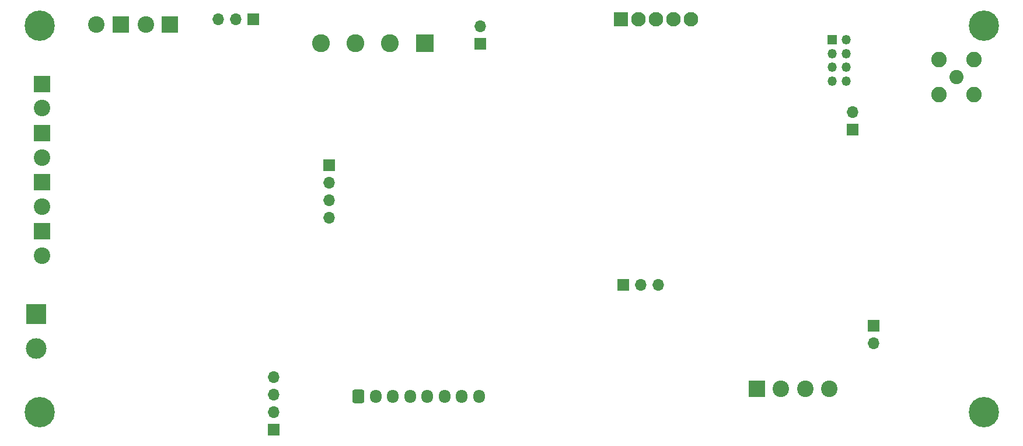
<source format=gbr>
%TF.GenerationSoftware,KiCad,Pcbnew,7.0.5*%
%TF.CreationDate,2023-09-20T17:29:03-06:00*%
%TF.ProjectId,TrustTracer_Rv1.28,54727573-7454-4726-9163-65725f527631,REV_1.28*%
%TF.SameCoordinates,Original*%
%TF.FileFunction,Soldermask,Bot*%
%TF.FilePolarity,Negative*%
%FSLAX46Y46*%
G04 Gerber Fmt 4.6, Leading zero omitted, Abs format (unit mm)*
G04 Created by KiCad (PCBNEW 7.0.5) date 2023-09-20 17:29:03*
%MOMM*%
%LPD*%
G01*
G04 APERTURE LIST*
G04 Aperture macros list*
%AMRoundRect*
0 Rectangle with rounded corners*
0 $1 Rounding radius*
0 $2 $3 $4 $5 $6 $7 $8 $9 X,Y pos of 4 corners*
0 Add a 4 corners polygon primitive as box body*
4,1,4,$2,$3,$4,$5,$6,$7,$8,$9,$2,$3,0*
0 Add four circle primitives for the rounded corners*
1,1,$1+$1,$2,$3*
1,1,$1+$1,$4,$5*
1,1,$1+$1,$6,$7*
1,1,$1+$1,$8,$9*
0 Add four rect primitives between the rounded corners*
20,1,$1+$1,$2,$3,$4,$5,0*
20,1,$1+$1,$4,$5,$6,$7,0*
20,1,$1+$1,$6,$7,$8,$9,0*
20,1,$1+$1,$8,$9,$2,$3,0*%
G04 Aperture macros list end*
%ADD10R,1.350000X1.350000*%
%ADD11O,1.350000X1.350000*%
%ADD12R,2.400000X2.400000*%
%ADD13C,2.400000*%
%ADD14R,1.700000X1.700000*%
%ADD15O,1.700000X1.700000*%
%ADD16R,3.000000X3.000000*%
%ADD17C,3.000000*%
%ADD18C,0.700000*%
%ADD19C,4.400000*%
%ADD20R,2.100000X2.100000*%
%ADD21C,2.100000*%
%ADD22R,2.600000X2.600000*%
%ADD23C,2.600000*%
%ADD24C,2.050000*%
%ADD25C,2.250000*%
%ADD26RoundRect,0.250000X-0.600000X-0.725000X0.600000X-0.725000X0.600000X0.725000X-0.600000X0.725000X0*%
%ADD27O,1.700000X1.950000*%
G04 APERTURE END LIST*
D10*
%TO.C,COMM-TRV1*%
X140000000Y-27000000D03*
D11*
X142000000Y-27000000D03*
X140000000Y-29000000D03*
X142000000Y-29000000D03*
X140000000Y-31000000D03*
X142000000Y-31000000D03*
X140000000Y-33000000D03*
X142000000Y-33000000D03*
%TD*%
D12*
%TO.C,sw-pwr-bp1*%
X25355895Y-33442916D03*
D13*
X25355895Y-36942916D03*
%TD*%
D12*
%TO.C,SW-ARM1*%
X25357600Y-47686000D03*
D13*
X25357600Y-51186000D03*
%TD*%
D14*
%TO.C,J8*%
X109656700Y-62547854D03*
D15*
X112196700Y-62547854D03*
X114736700Y-62547854D03*
%TD*%
D16*
%TO.C,BT1*%
X24519400Y-66776000D03*
D17*
X24519400Y-71776000D03*
%TD*%
D12*
%TO.C,SW-PIR1*%
X25354484Y-40564343D03*
D13*
X25354484Y-44064343D03*
%TD*%
D14*
%TO.C,J4*%
X59000000Y-83540000D03*
D15*
X59000000Y-81000000D03*
X59000000Y-78460000D03*
X59000000Y-75920000D03*
%TD*%
D18*
%TO.C,GNDSCREW1*%
X160350000Y-25000000D03*
X160833274Y-23833274D03*
X160833274Y-26166726D03*
X162000000Y-23350000D03*
D19*
X162000000Y-25000000D03*
D18*
X162000000Y-26650000D03*
X163166726Y-23833274D03*
X163166726Y-26166726D03*
X163650000Y-25000000D03*
%TD*%
D12*
%TO.C,sw-main2*%
X25363227Y-54812975D03*
D13*
X25363227Y-58312975D03*
%TD*%
D20*
%TO.C,J6*%
X109380000Y-24000000D03*
D21*
X111920000Y-24000000D03*
X114460000Y-24000000D03*
X117000000Y-24000000D03*
X119540000Y-24000000D03*
%TD*%
D14*
%TO.C,J7*%
X67000000Y-45200000D03*
D15*
X67000000Y-47740000D03*
X67000000Y-50280000D03*
X67000000Y-52820000D03*
%TD*%
D22*
%TO.C,J2*%
X80862800Y-27500000D03*
D23*
X75862800Y-27500000D03*
X70862800Y-27500000D03*
X65862800Y-27500000D03*
%TD*%
D18*
%TO.C,GNDSCREW2*%
X160350000Y-81000000D03*
X160833274Y-79833274D03*
X160833274Y-82166726D03*
X162000000Y-79350000D03*
D19*
X162000000Y-81000000D03*
D18*
X162000000Y-82650000D03*
X163166726Y-79833274D03*
X163166726Y-82166726D03*
X163650000Y-81000000D03*
%TD*%
D24*
%TO.C,antena1*%
X158000000Y-32460000D03*
D25*
X155460000Y-29920000D03*
X155460000Y-35000000D03*
X160540000Y-29920000D03*
X160540000Y-35000000D03*
%TD*%
D14*
%TO.C,SERIAL1*%
X88928318Y-27616088D03*
D15*
X88928318Y-25076088D03*
%TD*%
D26*
%TO.C,BTTNS1*%
X71250000Y-78700000D03*
D27*
X73750000Y-78700000D03*
X76250000Y-78700000D03*
X78750000Y-78700000D03*
X81250000Y-78700000D03*
X83750000Y-78700000D03*
X86250000Y-78700000D03*
X88750000Y-78700000D03*
%TD*%
D14*
%TO.C,FAN1*%
X56000000Y-24000000D03*
D15*
X53460000Y-24000000D03*
X50920000Y-24000000D03*
%TD*%
D14*
%TO.C,J1*%
X146000000Y-68460000D03*
D15*
X146000000Y-71000000D03*
%TD*%
D18*
%TO.C,GNDSCREW4*%
X23350000Y-81000000D03*
X23833274Y-79833274D03*
X23833274Y-82166726D03*
X25000000Y-79350000D03*
D19*
X25000000Y-81000000D03*
D18*
X25000000Y-82650000D03*
X26166726Y-79833274D03*
X26166726Y-82166726D03*
X26650000Y-81000000D03*
%TD*%
D12*
%TO.C,presure-sens1*%
X129068500Y-77594000D03*
D13*
X132568500Y-77594000D03*
X136068500Y-77594000D03*
X139568500Y-77594000D03*
%TD*%
D12*
%TO.C,sw-pwr-bp2*%
X36750000Y-24841992D03*
D13*
X33250000Y-24841992D03*
%TD*%
D18*
%TO.C,GNDSCREW3*%
X23350000Y-25000000D03*
X23833274Y-23833274D03*
X23833274Y-26166726D03*
X25000000Y-23350000D03*
D19*
X25000000Y-25000000D03*
D18*
X25000000Y-26650000D03*
X26166726Y-23833274D03*
X26166726Y-26166726D03*
X26650000Y-25000000D03*
%TD*%
D12*
%TO.C,sw-pwr-tv1*%
X43890559Y-24841007D03*
D13*
X40390559Y-24841007D03*
%TD*%
D14*
%TO.C,J3*%
X143000000Y-40000000D03*
D15*
X143000000Y-37460000D03*
%TD*%
M02*

</source>
